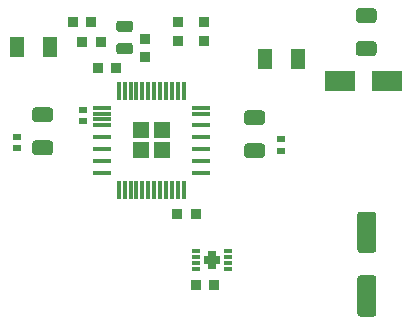
<source format=gtp>
G04 #@! TF.GenerationSoftware,KiCad,Pcbnew,(5.99.0-1251-g6aaee01f1)*
G04 #@! TF.CreationDate,2020-04-08T18:39:48-07:00*
G04 #@! TF.ProjectId,TMC2130_Driver,544d4332-3133-4305-9f44-72697665722e,rev?*
G04 #@! TF.SameCoordinates,PX67f3540PY6cb8080*
G04 #@! TF.FileFunction,Paste,Top*
G04 #@! TF.FilePolarity,Positive*
%FSLAX46Y46*%
G04 Gerber Fmt 4.6, Leading zero omitted, Abs format (unit mm)*
G04 Created by KiCad (PCBNEW (5.99.0-1251-g6aaee01f1)) date 2020-04-08 18:39:48*
%MOMM*%
%LPD*%
G01*
G04 APERTURE LIST*
%ADD10R,2.500000X1.800000*%
%ADD11R,0.300000X1.500000*%
%ADD12R,1.500000X0.300000*%
%ADD13R,1.350000X1.350000*%
%ADD14R,0.640000X0.590000*%
%ADD15R,0.875000X0.950000*%
%ADD16R,0.950000X0.875000*%
%ADD17R,1.250000X1.750000*%
%ADD18R,0.680000X0.300000*%
%ADD19R,1.400000X0.700000*%
%ADD20R,0.700000X0.500000*%
%ADD21R,0.700000X0.650000*%
G04 APERTURE END LIST*
G36*
G01*
X6175000Y24025000D02*
X4925000Y24025000D01*
G75*
G02*
X4675000Y24275000I0J250000D01*
G01*
X4675000Y25025000D01*
G75*
G02*
X4925000Y25275000I250000J0D01*
G01*
X6175000Y25275000D01*
G75*
G02*
X6425000Y25025000I0J-250000D01*
G01*
X6425000Y24275000D01*
G75*
G02*
X6175000Y24025000I-250000J0D01*
G01*
G37*
G36*
G01*
X6175000Y21225000D02*
X4925000Y21225000D01*
G75*
G02*
X4675000Y21475000I0J250000D01*
G01*
X4675000Y22225000D01*
G75*
G02*
X4925000Y22475000I250000J0D01*
G01*
X6175000Y22475000D01*
G75*
G02*
X6425000Y22225000I0J-250000D01*
G01*
X6425000Y21475000D01*
G75*
G02*
X6175000Y21225000I-250000J0D01*
G01*
G37*
G36*
G01*
X24125000Y23775000D02*
X22875000Y23775000D01*
G75*
G02*
X22625000Y24025000I0J250000D01*
G01*
X22625000Y24775000D01*
G75*
G02*
X22875000Y25025000I250000J0D01*
G01*
X24125000Y25025000D01*
G75*
G02*
X24375000Y24775000I0J-250000D01*
G01*
X24375000Y24025000D01*
G75*
G02*
X24125000Y23775000I-250000J0D01*
G01*
G37*
G36*
G01*
X24125000Y20975000D02*
X22875000Y20975000D01*
G75*
G02*
X22625000Y21225000I0J250000D01*
G01*
X22625000Y21975000D01*
G75*
G02*
X22875000Y22225000I250000J0D01*
G01*
X24125000Y22225000D01*
G75*
G02*
X24375000Y21975000I0J-250000D01*
G01*
X24375000Y21225000D01*
G75*
G02*
X24125000Y20975000I-250000J0D01*
G01*
G37*
G36*
G01*
X12956250Y31637500D02*
X12043750Y31637500D01*
G75*
G02*
X11800000Y31881250I0J243750D01*
G01*
X11800000Y32368750D01*
G75*
G02*
X12043750Y32612500I243750J0D01*
G01*
X12956250Y32612500D01*
G75*
G02*
X13200000Y32368750I0J-243750D01*
G01*
X13200000Y31881250D01*
G75*
G02*
X12956250Y31637500I-243750J0D01*
G01*
G37*
G36*
G01*
X12956250Y29762500D02*
X12043750Y29762500D01*
G75*
G02*
X11800000Y30006250I0J243750D01*
G01*
X11800000Y30493750D01*
G75*
G02*
X12043750Y30737500I243750J0D01*
G01*
X12956250Y30737500D01*
G75*
G02*
X13200000Y30493750I0J-243750D01*
G01*
X13200000Y30006250D01*
G75*
G02*
X12956250Y29762500I-243750J0D01*
G01*
G37*
G36*
G01*
X32325000Y30875000D02*
X33575000Y30875000D01*
G75*
G02*
X33825000Y30625000I0J-250000D01*
G01*
X33825000Y29875000D01*
G75*
G02*
X33575000Y29625000I-250000J0D01*
G01*
X32325000Y29625000D01*
G75*
G02*
X32075000Y29875000I0J250000D01*
G01*
X32075000Y30625000D01*
G75*
G02*
X32325000Y30875000I250000J0D01*
G01*
G37*
G36*
G01*
X32325000Y33675000D02*
X33575000Y33675000D01*
G75*
G02*
X33825000Y33425000I0J-250000D01*
G01*
X33825000Y32675000D01*
G75*
G02*
X33575000Y32425000I-250000J0D01*
G01*
X32325000Y32425000D01*
G75*
G02*
X32075000Y32675000I0J250000D01*
G01*
X32075000Y33425000D01*
G75*
G02*
X32325000Y33675000I250000J0D01*
G01*
G37*
D10*
X30750000Y27500000D03*
X34750000Y27500000D03*
D11*
X12000000Y18300000D03*
X12500000Y18300000D03*
X13000000Y18300000D03*
X13500000Y18300000D03*
X14000000Y18300000D03*
X14500000Y18300000D03*
X15000000Y18300000D03*
X15500000Y18300000D03*
X16000000Y18300000D03*
X16500000Y18300000D03*
X17000000Y18300000D03*
X17500000Y18300000D03*
D12*
X18950000Y19750000D03*
X18950000Y20750000D03*
X18950000Y21750000D03*
X18950000Y22750000D03*
X18950000Y23750000D03*
X18950000Y24750000D03*
X18950000Y25250000D03*
D11*
X17500000Y26700000D03*
X17000000Y26700000D03*
X16500000Y26700000D03*
X16000000Y26700000D03*
X15500000Y26700000D03*
X15000000Y26700000D03*
X14500000Y26700000D03*
X14000000Y26700000D03*
X13500000Y26700000D03*
X13000000Y26700000D03*
X12500000Y26700000D03*
X12000000Y26700000D03*
D12*
X10550000Y25250000D03*
X10550000Y24750000D03*
X10550000Y24250000D03*
X10550000Y23750000D03*
X10550000Y22750000D03*
X10550000Y21750000D03*
X10550000Y20750000D03*
X10550000Y19750000D03*
D13*
X15625000Y23375000D03*
X13875000Y23375000D03*
X15625000Y21625000D03*
X13875000Y21625000D03*
D14*
X3400000Y21830000D03*
X3400000Y22800000D03*
D15*
X8912500Y30800000D03*
X10487500Y30800000D03*
D14*
X25700000Y21615000D03*
X25700000Y22585000D03*
X9000000Y24115000D03*
X9000000Y25085000D03*
D16*
X14200000Y31087500D03*
X14200000Y29512500D03*
D17*
X24400000Y29400000D03*
X27200000Y29400000D03*
G36*
G01*
X32450000Y11050000D02*
X33550000Y11050000D01*
G75*
G02*
X33800000Y10800000I0J-250000D01*
G01*
X33800000Y7800000D01*
G75*
G02*
X33550000Y7550000I-250000J0D01*
G01*
X32450000Y7550000D01*
G75*
G02*
X32200000Y7800000I0J250000D01*
G01*
X32200000Y10800000D01*
G75*
G02*
X32450000Y11050000I250000J0D01*
G01*
G37*
G36*
G01*
X32450000Y16450000D02*
X33550000Y16450000D01*
G75*
G02*
X33800000Y16200000I0J-250000D01*
G01*
X33800000Y13200000D01*
G75*
G02*
X33550000Y12950000I-250000J0D01*
G01*
X32450000Y12950000D01*
G75*
G02*
X32200000Y13200000I0J250000D01*
G01*
X32200000Y16200000D01*
G75*
G02*
X32450000Y16450000I250000J0D01*
G01*
G37*
D18*
X21260000Y11600000D03*
X21260000Y12100000D03*
X21260000Y12600000D03*
X21260000Y13100000D03*
X18540000Y11600000D03*
X18540000Y12100000D03*
X18540000Y12600000D03*
X18540000Y13100000D03*
D19*
X19900000Y12350000D03*
D20*
X19900000Y11850000D03*
D21*
X19900000Y12750000D03*
D15*
X18512500Y10250000D03*
X20087500Y10250000D03*
D16*
X19200000Y30912500D03*
X19200000Y32487500D03*
X17000000Y30912500D03*
X17000000Y32487500D03*
D15*
X8112500Y32500000D03*
X9687500Y32500000D03*
D17*
X6200000Y30400000D03*
X3400000Y30400000D03*
D15*
X11787500Y28600000D03*
X10212500Y28600000D03*
X16962500Y16250000D03*
X18537500Y16250000D03*
M02*

</source>
